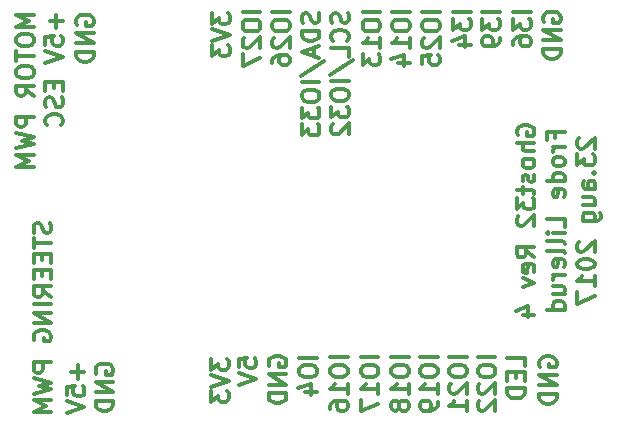
<source format=gbr>
G04 #@! TF.GenerationSoftware,KiCad,Pcbnew,no-vcs-found-aeac415~59~ubuntu16.04.1*
G04 #@! TF.CreationDate,2017-08-23T23:17:48+02:00*
G04 #@! TF.ProjectId,GhostESP32,47686F737445535033322E6B69636164,rev?*
G04 #@! TF.SameCoordinates,Original*
G04 #@! TF.FileFunction,Legend,Bot*
G04 #@! TF.FilePolarity,Positive*
%FSLAX46Y46*%
G04 Gerber Fmt 4.6, Leading zero omitted, Abs format (unit mm)*
G04 Created by KiCad (PCBNEW no-vcs-found-aeac415~59~ubuntu16.04.1) date Wed Aug 23 23:17:48 2017*
%MOMM*%
%LPD*%
G01*
G04 APERTURE LIST*
%ADD10C,0.300000*%
G04 APERTURE END LIST*
D10*
X167900000Y-89457142D02*
X167828571Y-89314285D01*
X167828571Y-89100000D01*
X167900000Y-88885714D01*
X168042857Y-88742857D01*
X168185714Y-88671428D01*
X168471428Y-88600000D01*
X168685714Y-88600000D01*
X168971428Y-88671428D01*
X169114285Y-88742857D01*
X169257142Y-88885714D01*
X169328571Y-89100000D01*
X169328571Y-89242857D01*
X169257142Y-89457142D01*
X169185714Y-89528571D01*
X168685714Y-89528571D01*
X168685714Y-89242857D01*
X169328571Y-90171428D02*
X167828571Y-90171428D01*
X169328571Y-91028571D01*
X167828571Y-91028571D01*
X169328571Y-91742857D02*
X167828571Y-91742857D01*
X167828571Y-92100000D01*
X167900000Y-92314285D01*
X168042857Y-92457142D01*
X168185714Y-92528571D01*
X168471428Y-92600000D01*
X168685714Y-92600000D01*
X168971428Y-92528571D01*
X169114285Y-92457142D01*
X169257142Y-92314285D01*
X169328571Y-92100000D01*
X169328571Y-91742857D01*
X166778571Y-88621428D02*
X165278571Y-88621428D01*
X165278571Y-89192857D02*
X165278571Y-90121428D01*
X165850000Y-89621428D01*
X165850000Y-89835714D01*
X165921428Y-89978571D01*
X165992857Y-90050000D01*
X166135714Y-90121428D01*
X166492857Y-90121428D01*
X166635714Y-90050000D01*
X166707142Y-89978571D01*
X166778571Y-89835714D01*
X166778571Y-89407142D01*
X166707142Y-89264285D01*
X166635714Y-89192857D01*
X165278571Y-91407142D02*
X165278571Y-91121428D01*
X165350000Y-90978571D01*
X165421428Y-90907142D01*
X165635714Y-90764285D01*
X165921428Y-90692857D01*
X166492857Y-90692857D01*
X166635714Y-90764285D01*
X166707142Y-90835714D01*
X166778571Y-90978571D01*
X166778571Y-91264285D01*
X166707142Y-91407142D01*
X166635714Y-91478571D01*
X166492857Y-91550000D01*
X166135714Y-91550000D01*
X165992857Y-91478571D01*
X165921428Y-91407142D01*
X165850000Y-91264285D01*
X165850000Y-90978571D01*
X165921428Y-90835714D01*
X165992857Y-90764285D01*
X166135714Y-90692857D01*
X164128571Y-88621428D02*
X162628571Y-88621428D01*
X162628571Y-89192857D02*
X162628571Y-90121428D01*
X163200000Y-89621428D01*
X163200000Y-89835714D01*
X163271428Y-89978571D01*
X163342857Y-90050000D01*
X163485714Y-90121428D01*
X163842857Y-90121428D01*
X163985714Y-90050000D01*
X164057142Y-89978571D01*
X164128571Y-89835714D01*
X164128571Y-89407142D01*
X164057142Y-89264285D01*
X163985714Y-89192857D01*
X164128571Y-90835714D02*
X164128571Y-91121428D01*
X164057142Y-91264285D01*
X163985714Y-91335714D01*
X163771428Y-91478571D01*
X163485714Y-91550000D01*
X162914285Y-91550000D01*
X162771428Y-91478571D01*
X162700000Y-91407142D01*
X162628571Y-91264285D01*
X162628571Y-90978571D01*
X162700000Y-90835714D01*
X162771428Y-90764285D01*
X162914285Y-90692857D01*
X163271428Y-90692857D01*
X163414285Y-90764285D01*
X163485714Y-90835714D01*
X163557142Y-90978571D01*
X163557142Y-91264285D01*
X163485714Y-91407142D01*
X163414285Y-91478571D01*
X163271428Y-91550000D01*
X161678571Y-88621428D02*
X160178571Y-88621428D01*
X160178571Y-89192857D02*
X160178571Y-90121428D01*
X160750000Y-89621428D01*
X160750000Y-89835714D01*
X160821428Y-89978571D01*
X160892857Y-90050000D01*
X161035714Y-90121428D01*
X161392857Y-90121428D01*
X161535714Y-90050000D01*
X161607142Y-89978571D01*
X161678571Y-89835714D01*
X161678571Y-89407142D01*
X161607142Y-89264285D01*
X161535714Y-89192857D01*
X160678571Y-91407142D02*
X161678571Y-91407142D01*
X160107142Y-91050000D02*
X161178571Y-90692857D01*
X161178571Y-91621428D01*
X159078571Y-88635714D02*
X157578571Y-88635714D01*
X157578571Y-89635714D02*
X157578571Y-89921428D01*
X157650000Y-90064285D01*
X157792857Y-90207142D01*
X158078571Y-90278571D01*
X158578571Y-90278571D01*
X158864285Y-90207142D01*
X159007142Y-90064285D01*
X159078571Y-89921428D01*
X159078571Y-89635714D01*
X159007142Y-89492857D01*
X158864285Y-89350000D01*
X158578571Y-89278571D01*
X158078571Y-89278571D01*
X157792857Y-89350000D01*
X157650000Y-89492857D01*
X157578571Y-89635714D01*
X157721428Y-90850000D02*
X157650000Y-90921428D01*
X157578571Y-91064285D01*
X157578571Y-91421428D01*
X157650000Y-91564285D01*
X157721428Y-91635714D01*
X157864285Y-91707142D01*
X158007142Y-91707142D01*
X158221428Y-91635714D01*
X159078571Y-90778571D01*
X159078571Y-91707142D01*
X157578571Y-93064285D02*
X157578571Y-92350000D01*
X158292857Y-92278571D01*
X158221428Y-92350000D01*
X158150000Y-92492857D01*
X158150000Y-92850000D01*
X158221428Y-92992857D01*
X158292857Y-93064285D01*
X158435714Y-93135714D01*
X158792857Y-93135714D01*
X158935714Y-93064285D01*
X159007142Y-92992857D01*
X159078571Y-92850000D01*
X159078571Y-92492857D01*
X159007142Y-92350000D01*
X158935714Y-92278571D01*
X156528571Y-88635714D02*
X155028571Y-88635714D01*
X155028571Y-89635714D02*
X155028571Y-89921428D01*
X155100000Y-90064285D01*
X155242857Y-90207142D01*
X155528571Y-90278571D01*
X156028571Y-90278571D01*
X156314285Y-90207142D01*
X156457142Y-90064285D01*
X156528571Y-89921428D01*
X156528571Y-89635714D01*
X156457142Y-89492857D01*
X156314285Y-89350000D01*
X156028571Y-89278571D01*
X155528571Y-89278571D01*
X155242857Y-89350000D01*
X155100000Y-89492857D01*
X155028571Y-89635714D01*
X156528571Y-91707142D02*
X156528571Y-90850000D01*
X156528571Y-91278571D02*
X155028571Y-91278571D01*
X155242857Y-91135714D01*
X155385714Y-90992857D01*
X155457142Y-90850000D01*
X155528571Y-92992857D02*
X156528571Y-92992857D01*
X154957142Y-92635714D02*
X156028571Y-92278571D01*
X156028571Y-93207142D01*
X154028571Y-88635714D02*
X152528571Y-88635714D01*
X152528571Y-89635714D02*
X152528571Y-89921428D01*
X152600000Y-90064285D01*
X152742857Y-90207142D01*
X153028571Y-90278571D01*
X153528571Y-90278571D01*
X153814285Y-90207142D01*
X153957142Y-90064285D01*
X154028571Y-89921428D01*
X154028571Y-89635714D01*
X153957142Y-89492857D01*
X153814285Y-89350000D01*
X153528571Y-89278571D01*
X153028571Y-89278571D01*
X152742857Y-89350000D01*
X152600000Y-89492857D01*
X152528571Y-89635714D01*
X154028571Y-91707142D02*
X154028571Y-90850000D01*
X154028571Y-91278571D02*
X152528571Y-91278571D01*
X152742857Y-91135714D01*
X152885714Y-90992857D01*
X152957142Y-90850000D01*
X152528571Y-92207142D02*
X152528571Y-93135714D01*
X153100000Y-92635714D01*
X153100000Y-92850000D01*
X153171428Y-92992857D01*
X153242857Y-93064285D01*
X153385714Y-93135714D01*
X153742857Y-93135714D01*
X153885714Y-93064285D01*
X153957142Y-92992857D01*
X154028571Y-92850000D01*
X154028571Y-92421428D01*
X153957142Y-92278571D01*
X153885714Y-92207142D01*
X151307142Y-88707142D02*
X151378571Y-88921428D01*
X151378571Y-89278571D01*
X151307142Y-89421428D01*
X151235714Y-89492857D01*
X151092857Y-89564285D01*
X150950000Y-89564285D01*
X150807142Y-89492857D01*
X150735714Y-89421428D01*
X150664285Y-89278571D01*
X150592857Y-88992857D01*
X150521428Y-88850000D01*
X150450000Y-88778571D01*
X150307142Y-88707142D01*
X150164285Y-88707142D01*
X150021428Y-88778571D01*
X149950000Y-88850000D01*
X149878571Y-88992857D01*
X149878571Y-89350000D01*
X149950000Y-89564285D01*
X151235714Y-91064285D02*
X151307142Y-90992857D01*
X151378571Y-90778571D01*
X151378571Y-90635714D01*
X151307142Y-90421428D01*
X151164285Y-90278571D01*
X151021428Y-90207142D01*
X150735714Y-90135714D01*
X150521428Y-90135714D01*
X150235714Y-90207142D01*
X150092857Y-90278571D01*
X149950000Y-90421428D01*
X149878571Y-90635714D01*
X149878571Y-90778571D01*
X149950000Y-90992857D01*
X150021428Y-91064285D01*
X151378571Y-92421428D02*
X151378571Y-91707142D01*
X149878571Y-91707142D01*
X149807142Y-93992857D02*
X151735714Y-92707142D01*
X151378571Y-94492857D02*
X149878571Y-94492857D01*
X149878571Y-95492857D02*
X149878571Y-95778571D01*
X149950000Y-95921428D01*
X150092857Y-96064285D01*
X150378571Y-96135714D01*
X150878571Y-96135714D01*
X151164285Y-96064285D01*
X151307142Y-95921428D01*
X151378571Y-95778571D01*
X151378571Y-95492857D01*
X151307142Y-95350000D01*
X151164285Y-95207142D01*
X150878571Y-95135714D01*
X150378571Y-95135714D01*
X150092857Y-95207142D01*
X149950000Y-95350000D01*
X149878571Y-95492857D01*
X149878571Y-96635714D02*
X149878571Y-97564285D01*
X150450000Y-97064285D01*
X150450000Y-97278571D01*
X150521428Y-97421428D01*
X150592857Y-97492857D01*
X150735714Y-97564285D01*
X151092857Y-97564285D01*
X151235714Y-97492857D01*
X151307142Y-97421428D01*
X151378571Y-97278571D01*
X151378571Y-96850000D01*
X151307142Y-96707142D01*
X151235714Y-96635714D01*
X150021428Y-98135714D02*
X149950000Y-98207142D01*
X149878571Y-98350000D01*
X149878571Y-98707142D01*
X149950000Y-98850000D01*
X150021428Y-98921428D01*
X150164285Y-98992857D01*
X150307142Y-98992857D01*
X150521428Y-98921428D01*
X151378571Y-98064285D01*
X151378571Y-98992857D01*
X148807142Y-88721428D02*
X148878571Y-88935714D01*
X148878571Y-89292857D01*
X148807142Y-89435714D01*
X148735714Y-89507142D01*
X148592857Y-89578571D01*
X148450000Y-89578571D01*
X148307142Y-89507142D01*
X148235714Y-89435714D01*
X148164285Y-89292857D01*
X148092857Y-89007142D01*
X148021428Y-88864285D01*
X147950000Y-88792857D01*
X147807142Y-88721428D01*
X147664285Y-88721428D01*
X147521428Y-88792857D01*
X147450000Y-88864285D01*
X147378571Y-89007142D01*
X147378571Y-89364285D01*
X147450000Y-89578571D01*
X148878571Y-90221428D02*
X147378571Y-90221428D01*
X147378571Y-90578571D01*
X147450000Y-90792857D01*
X147592857Y-90935714D01*
X147735714Y-91007142D01*
X148021428Y-91078571D01*
X148235714Y-91078571D01*
X148521428Y-91007142D01*
X148664285Y-90935714D01*
X148807142Y-90792857D01*
X148878571Y-90578571D01*
X148878571Y-90221428D01*
X148450000Y-91650000D02*
X148450000Y-92364285D01*
X148878571Y-91507142D02*
X147378571Y-92007142D01*
X148878571Y-92507142D01*
X147307142Y-94078571D02*
X149235714Y-92792857D01*
X148878571Y-94578571D02*
X147378571Y-94578571D01*
X147378571Y-95578571D02*
X147378571Y-95864285D01*
X147450000Y-96007142D01*
X147592857Y-96150000D01*
X147878571Y-96221428D01*
X148378571Y-96221428D01*
X148664285Y-96150000D01*
X148807142Y-96007142D01*
X148878571Y-95864285D01*
X148878571Y-95578571D01*
X148807142Y-95435714D01*
X148664285Y-95292857D01*
X148378571Y-95221428D01*
X147878571Y-95221428D01*
X147592857Y-95292857D01*
X147450000Y-95435714D01*
X147378571Y-95578571D01*
X147378571Y-96721428D02*
X147378571Y-97650000D01*
X147950000Y-97150000D01*
X147950000Y-97364285D01*
X148021428Y-97507142D01*
X148092857Y-97578571D01*
X148235714Y-97650000D01*
X148592857Y-97650000D01*
X148735714Y-97578571D01*
X148807142Y-97507142D01*
X148878571Y-97364285D01*
X148878571Y-96935714D01*
X148807142Y-96792857D01*
X148735714Y-96721428D01*
X147378571Y-98150000D02*
X147378571Y-99078571D01*
X147950000Y-98578571D01*
X147950000Y-98792857D01*
X148021428Y-98935714D01*
X148092857Y-99007142D01*
X148235714Y-99078571D01*
X148592857Y-99078571D01*
X148735714Y-99007142D01*
X148807142Y-98935714D01*
X148878571Y-98792857D01*
X148878571Y-98364285D01*
X148807142Y-98221428D01*
X148735714Y-98150000D01*
X146378571Y-88635714D02*
X144878571Y-88635714D01*
X144878571Y-89635714D02*
X144878571Y-89921428D01*
X144950000Y-90064285D01*
X145092857Y-90207142D01*
X145378571Y-90278571D01*
X145878571Y-90278571D01*
X146164285Y-90207142D01*
X146307142Y-90064285D01*
X146378571Y-89921428D01*
X146378571Y-89635714D01*
X146307142Y-89492857D01*
X146164285Y-89350000D01*
X145878571Y-89278571D01*
X145378571Y-89278571D01*
X145092857Y-89350000D01*
X144950000Y-89492857D01*
X144878571Y-89635714D01*
X145021428Y-90850000D02*
X144950000Y-90921428D01*
X144878571Y-91064285D01*
X144878571Y-91421428D01*
X144950000Y-91564285D01*
X145021428Y-91635714D01*
X145164285Y-91707142D01*
X145307142Y-91707142D01*
X145521428Y-91635714D01*
X146378571Y-90778571D01*
X146378571Y-91707142D01*
X144878571Y-92992857D02*
X144878571Y-92707142D01*
X144950000Y-92564285D01*
X145021428Y-92492857D01*
X145235714Y-92350000D01*
X145521428Y-92278571D01*
X146092857Y-92278571D01*
X146235714Y-92350000D01*
X146307142Y-92421428D01*
X146378571Y-92564285D01*
X146378571Y-92850000D01*
X146307142Y-92992857D01*
X146235714Y-93064285D01*
X146092857Y-93135714D01*
X145735714Y-93135714D01*
X145592857Y-93064285D01*
X145521428Y-92992857D01*
X145450000Y-92850000D01*
X145450000Y-92564285D01*
X145521428Y-92421428D01*
X145592857Y-92350000D01*
X145735714Y-92278571D01*
X143878571Y-88635714D02*
X142378571Y-88635714D01*
X142378571Y-89635714D02*
X142378571Y-89921428D01*
X142450000Y-90064285D01*
X142592857Y-90207142D01*
X142878571Y-90278571D01*
X143378571Y-90278571D01*
X143664285Y-90207142D01*
X143807142Y-90064285D01*
X143878571Y-89921428D01*
X143878571Y-89635714D01*
X143807142Y-89492857D01*
X143664285Y-89350000D01*
X143378571Y-89278571D01*
X142878571Y-89278571D01*
X142592857Y-89350000D01*
X142450000Y-89492857D01*
X142378571Y-89635714D01*
X142521428Y-90850000D02*
X142450000Y-90921428D01*
X142378571Y-91064285D01*
X142378571Y-91421428D01*
X142450000Y-91564285D01*
X142521428Y-91635714D01*
X142664285Y-91707142D01*
X142807142Y-91707142D01*
X143021428Y-91635714D01*
X143878571Y-90778571D01*
X143878571Y-91707142D01*
X142378571Y-92207142D02*
X142378571Y-93207142D01*
X143878571Y-92564285D01*
X139778571Y-88742857D02*
X139778571Y-89671428D01*
X140350000Y-89171428D01*
X140350000Y-89385714D01*
X140421428Y-89528571D01*
X140492857Y-89600000D01*
X140635714Y-89671428D01*
X140992857Y-89671428D01*
X141135714Y-89600000D01*
X141207142Y-89528571D01*
X141278571Y-89385714D01*
X141278571Y-88957142D01*
X141207142Y-88814285D01*
X141135714Y-88742857D01*
X139778571Y-90100000D02*
X141278571Y-90600000D01*
X139778571Y-91100000D01*
X139778571Y-91457142D02*
X139778571Y-92385714D01*
X140350000Y-91885714D01*
X140350000Y-92100000D01*
X140421428Y-92242857D01*
X140492857Y-92314285D01*
X140635714Y-92385714D01*
X140992857Y-92385714D01*
X141135714Y-92314285D01*
X141207142Y-92242857D01*
X141278571Y-92100000D01*
X141278571Y-91671428D01*
X141207142Y-91528571D01*
X141135714Y-91457142D01*
X128350000Y-89707142D02*
X128278571Y-89564285D01*
X128278571Y-89350000D01*
X128350000Y-89135714D01*
X128492857Y-88992857D01*
X128635714Y-88921428D01*
X128921428Y-88850000D01*
X129135714Y-88850000D01*
X129421428Y-88921428D01*
X129564285Y-88992857D01*
X129707142Y-89135714D01*
X129778571Y-89350000D01*
X129778571Y-89492857D01*
X129707142Y-89707142D01*
X129635714Y-89778571D01*
X129135714Y-89778571D01*
X129135714Y-89492857D01*
X129778571Y-90421428D02*
X128278571Y-90421428D01*
X129778571Y-91278571D01*
X128278571Y-91278571D01*
X129778571Y-91992857D02*
X128278571Y-91992857D01*
X128278571Y-92350000D01*
X128350000Y-92564285D01*
X128492857Y-92707142D01*
X128635714Y-92778571D01*
X128921428Y-92850000D01*
X129135714Y-92850000D01*
X129421428Y-92778571D01*
X129564285Y-92707142D01*
X129707142Y-92564285D01*
X129778571Y-92350000D01*
X129778571Y-91992857D01*
X126607142Y-88857142D02*
X126607142Y-90000000D01*
X127178571Y-89428571D02*
X126035714Y-89428571D01*
X125678571Y-91428571D02*
X125678571Y-90714285D01*
X126392857Y-90642857D01*
X126321428Y-90714285D01*
X126250000Y-90857142D01*
X126250000Y-91214285D01*
X126321428Y-91357142D01*
X126392857Y-91428571D01*
X126535714Y-91500000D01*
X126892857Y-91500000D01*
X127035714Y-91428571D01*
X127107142Y-91357142D01*
X127178571Y-91214285D01*
X127178571Y-90857142D01*
X127107142Y-90714285D01*
X127035714Y-90642857D01*
X125678571Y-91928571D02*
X127178571Y-92428571D01*
X125678571Y-92928571D01*
X126392857Y-94571428D02*
X126392857Y-95071428D01*
X127178571Y-95285714D02*
X127178571Y-94571428D01*
X125678571Y-94571428D01*
X125678571Y-95285714D01*
X127107142Y-95857142D02*
X127178571Y-96071428D01*
X127178571Y-96428571D01*
X127107142Y-96571428D01*
X127035714Y-96642857D01*
X126892857Y-96714285D01*
X126750000Y-96714285D01*
X126607142Y-96642857D01*
X126535714Y-96571428D01*
X126464285Y-96428571D01*
X126392857Y-96142857D01*
X126321428Y-96000000D01*
X126250000Y-95928571D01*
X126107142Y-95857142D01*
X125964285Y-95857142D01*
X125821428Y-95928571D01*
X125750000Y-96000000D01*
X125678571Y-96142857D01*
X125678571Y-96500000D01*
X125750000Y-96714285D01*
X127035714Y-98214285D02*
X127107142Y-98142857D01*
X127178571Y-97928571D01*
X127178571Y-97785714D01*
X127107142Y-97571428D01*
X126964285Y-97428571D01*
X126821428Y-97357142D01*
X126535714Y-97285714D01*
X126321428Y-97285714D01*
X126035714Y-97357142D01*
X125892857Y-97428571D01*
X125750000Y-97571428D01*
X125678571Y-97785714D01*
X125678571Y-97928571D01*
X125750000Y-98142857D01*
X125821428Y-98214285D01*
X124728571Y-88871428D02*
X123228571Y-88871428D01*
X124300000Y-89371428D01*
X123228571Y-89871428D01*
X124728571Y-89871428D01*
X123228571Y-90871428D02*
X123228571Y-91157142D01*
X123300000Y-91300000D01*
X123442857Y-91442857D01*
X123728571Y-91514285D01*
X124228571Y-91514285D01*
X124514285Y-91442857D01*
X124657142Y-91300000D01*
X124728571Y-91157142D01*
X124728571Y-90871428D01*
X124657142Y-90728571D01*
X124514285Y-90585714D01*
X124228571Y-90514285D01*
X123728571Y-90514285D01*
X123442857Y-90585714D01*
X123300000Y-90728571D01*
X123228571Y-90871428D01*
X123228571Y-91942857D02*
X123228571Y-92800000D01*
X124728571Y-92371428D02*
X123228571Y-92371428D01*
X123228571Y-93585714D02*
X123228571Y-93871428D01*
X123300000Y-94014285D01*
X123442857Y-94157142D01*
X123728571Y-94228571D01*
X124228571Y-94228571D01*
X124514285Y-94157142D01*
X124657142Y-94014285D01*
X124728571Y-93871428D01*
X124728571Y-93585714D01*
X124657142Y-93442857D01*
X124514285Y-93300000D01*
X124228571Y-93228571D01*
X123728571Y-93228571D01*
X123442857Y-93300000D01*
X123300000Y-93442857D01*
X123228571Y-93585714D01*
X124728571Y-95728571D02*
X124014285Y-95228571D01*
X124728571Y-94871428D02*
X123228571Y-94871428D01*
X123228571Y-95442857D01*
X123300000Y-95585714D01*
X123371428Y-95657142D01*
X123514285Y-95728571D01*
X123728571Y-95728571D01*
X123871428Y-95657142D01*
X123942857Y-95585714D01*
X124014285Y-95442857D01*
X124014285Y-94871428D01*
X124728571Y-97514285D02*
X123228571Y-97514285D01*
X123228571Y-98085714D01*
X123300000Y-98228571D01*
X123371428Y-98300000D01*
X123514285Y-98371428D01*
X123728571Y-98371428D01*
X123871428Y-98300000D01*
X123942857Y-98228571D01*
X124014285Y-98085714D01*
X124014285Y-97514285D01*
X123228571Y-98871428D02*
X124728571Y-99228571D01*
X123657142Y-99514285D01*
X124728571Y-99800000D01*
X123228571Y-100157142D01*
X124728571Y-100728571D02*
X123228571Y-100728571D01*
X124300000Y-101228571D01*
X123228571Y-101728571D01*
X124728571Y-101728571D01*
X126107142Y-106514285D02*
X126178571Y-106728571D01*
X126178571Y-107085714D01*
X126107142Y-107228571D01*
X126035714Y-107300000D01*
X125892857Y-107371428D01*
X125750000Y-107371428D01*
X125607142Y-107300000D01*
X125535714Y-107228571D01*
X125464285Y-107085714D01*
X125392857Y-106800000D01*
X125321428Y-106657142D01*
X125250000Y-106585714D01*
X125107142Y-106514285D01*
X124964285Y-106514285D01*
X124821428Y-106585714D01*
X124750000Y-106657142D01*
X124678571Y-106800000D01*
X124678571Y-107157142D01*
X124750000Y-107371428D01*
X124678571Y-107800000D02*
X124678571Y-108657142D01*
X126178571Y-108228571D02*
X124678571Y-108228571D01*
X125392857Y-109157142D02*
X125392857Y-109657142D01*
X126178571Y-109871428D02*
X126178571Y-109157142D01*
X124678571Y-109157142D01*
X124678571Y-109871428D01*
X125392857Y-110514285D02*
X125392857Y-111014285D01*
X126178571Y-111228571D02*
X126178571Y-110514285D01*
X124678571Y-110514285D01*
X124678571Y-111228571D01*
X126178571Y-112728571D02*
X125464285Y-112228571D01*
X126178571Y-111871428D02*
X124678571Y-111871428D01*
X124678571Y-112442857D01*
X124750000Y-112585714D01*
X124821428Y-112657142D01*
X124964285Y-112728571D01*
X125178571Y-112728571D01*
X125321428Y-112657142D01*
X125392857Y-112585714D01*
X125464285Y-112442857D01*
X125464285Y-111871428D01*
X126178571Y-113371428D02*
X124678571Y-113371428D01*
X126178571Y-114085714D02*
X124678571Y-114085714D01*
X126178571Y-114942857D01*
X124678571Y-114942857D01*
X124750000Y-116442857D02*
X124678571Y-116300000D01*
X124678571Y-116085714D01*
X124750000Y-115871428D01*
X124892857Y-115728571D01*
X125035714Y-115657142D01*
X125321428Y-115585714D01*
X125535714Y-115585714D01*
X125821428Y-115657142D01*
X125964285Y-115728571D01*
X126107142Y-115871428D01*
X126178571Y-116085714D01*
X126178571Y-116228571D01*
X126107142Y-116442857D01*
X126035714Y-116514285D01*
X125535714Y-116514285D01*
X125535714Y-116228571D01*
X126178571Y-118300000D02*
X124678571Y-118300000D01*
X124678571Y-118871428D01*
X124750000Y-119014285D01*
X124821428Y-119085714D01*
X124964285Y-119157142D01*
X125178571Y-119157142D01*
X125321428Y-119085714D01*
X125392857Y-119014285D01*
X125464285Y-118871428D01*
X125464285Y-118300000D01*
X124678571Y-119657142D02*
X126178571Y-120014285D01*
X125107142Y-120300000D01*
X126178571Y-120585714D01*
X124678571Y-120942857D01*
X126178571Y-121514285D02*
X124678571Y-121514285D01*
X125750000Y-122014285D01*
X124678571Y-122514285D01*
X126178571Y-122514285D01*
X128407142Y-118521428D02*
X128407142Y-119664285D01*
X128978571Y-119092857D02*
X127835714Y-119092857D01*
X127478571Y-121092857D02*
X127478571Y-120378571D01*
X128192857Y-120307142D01*
X128121428Y-120378571D01*
X128050000Y-120521428D01*
X128050000Y-120878571D01*
X128121428Y-121021428D01*
X128192857Y-121092857D01*
X128335714Y-121164285D01*
X128692857Y-121164285D01*
X128835714Y-121092857D01*
X128907142Y-121021428D01*
X128978571Y-120878571D01*
X128978571Y-120521428D01*
X128907142Y-120378571D01*
X128835714Y-120307142D01*
X127478571Y-121592857D02*
X128978571Y-122092857D01*
X127478571Y-122592857D01*
X130000000Y-119257142D02*
X129928571Y-119114285D01*
X129928571Y-118900000D01*
X130000000Y-118685714D01*
X130142857Y-118542857D01*
X130285714Y-118471428D01*
X130571428Y-118400000D01*
X130785714Y-118400000D01*
X131071428Y-118471428D01*
X131214285Y-118542857D01*
X131357142Y-118685714D01*
X131428571Y-118900000D01*
X131428571Y-119042857D01*
X131357142Y-119257142D01*
X131285714Y-119328571D01*
X130785714Y-119328571D01*
X130785714Y-119042857D01*
X131428571Y-119971428D02*
X129928571Y-119971428D01*
X131428571Y-120828571D01*
X129928571Y-120828571D01*
X131428571Y-121542857D02*
X129928571Y-121542857D01*
X129928571Y-121900000D01*
X130000000Y-122114285D01*
X130142857Y-122257142D01*
X130285714Y-122328571D01*
X130571428Y-122400000D01*
X130785714Y-122400000D01*
X131071428Y-122328571D01*
X131214285Y-122257142D01*
X131357142Y-122114285D01*
X131428571Y-121900000D01*
X131428571Y-121542857D01*
X167550000Y-118657142D02*
X167478571Y-118514285D01*
X167478571Y-118300000D01*
X167550000Y-118085714D01*
X167692857Y-117942857D01*
X167835714Y-117871428D01*
X168121428Y-117800000D01*
X168335714Y-117800000D01*
X168621428Y-117871428D01*
X168764285Y-117942857D01*
X168907142Y-118085714D01*
X168978571Y-118300000D01*
X168978571Y-118442857D01*
X168907142Y-118657142D01*
X168835714Y-118728571D01*
X168335714Y-118728571D01*
X168335714Y-118442857D01*
X168978571Y-119371428D02*
X167478571Y-119371428D01*
X168978571Y-120228571D01*
X167478571Y-120228571D01*
X168978571Y-120942857D02*
X167478571Y-120942857D01*
X167478571Y-121300000D01*
X167550000Y-121514285D01*
X167692857Y-121657142D01*
X167835714Y-121728571D01*
X168121428Y-121800000D01*
X168335714Y-121800000D01*
X168621428Y-121728571D01*
X168764285Y-121657142D01*
X168907142Y-121514285D01*
X168978571Y-121300000D01*
X168978571Y-120942857D01*
X166278571Y-118635714D02*
X166278571Y-117921428D01*
X164778571Y-117921428D01*
X165492857Y-119135714D02*
X165492857Y-119635714D01*
X166278571Y-119850000D02*
X166278571Y-119135714D01*
X164778571Y-119135714D01*
X164778571Y-119850000D01*
X166278571Y-120492857D02*
X164778571Y-120492857D01*
X164778571Y-120850000D01*
X164850000Y-121064285D01*
X164992857Y-121207142D01*
X165135714Y-121278571D01*
X165421428Y-121350000D01*
X165635714Y-121350000D01*
X165921428Y-121278571D01*
X166064285Y-121207142D01*
X166207142Y-121064285D01*
X166278571Y-120850000D01*
X166278571Y-120492857D01*
X163778571Y-117885714D02*
X162278571Y-117885714D01*
X162278571Y-118885714D02*
X162278571Y-119171428D01*
X162350000Y-119314285D01*
X162492857Y-119457142D01*
X162778571Y-119528571D01*
X163278571Y-119528571D01*
X163564285Y-119457142D01*
X163707142Y-119314285D01*
X163778571Y-119171428D01*
X163778571Y-118885714D01*
X163707142Y-118742857D01*
X163564285Y-118600000D01*
X163278571Y-118528571D01*
X162778571Y-118528571D01*
X162492857Y-118600000D01*
X162350000Y-118742857D01*
X162278571Y-118885714D01*
X162421428Y-120100000D02*
X162350000Y-120171428D01*
X162278571Y-120314285D01*
X162278571Y-120671428D01*
X162350000Y-120814285D01*
X162421428Y-120885714D01*
X162564285Y-120957142D01*
X162707142Y-120957142D01*
X162921428Y-120885714D01*
X163778571Y-120028571D01*
X163778571Y-120957142D01*
X162421428Y-121528571D02*
X162350000Y-121600000D01*
X162278571Y-121742857D01*
X162278571Y-122100000D01*
X162350000Y-122242857D01*
X162421428Y-122314285D01*
X162564285Y-122385714D01*
X162707142Y-122385714D01*
X162921428Y-122314285D01*
X163778571Y-121457142D01*
X163778571Y-122385714D01*
X161378571Y-117885714D02*
X159878571Y-117885714D01*
X159878571Y-118885714D02*
X159878571Y-119171428D01*
X159950000Y-119314285D01*
X160092857Y-119457142D01*
X160378571Y-119528571D01*
X160878571Y-119528571D01*
X161164285Y-119457142D01*
X161307142Y-119314285D01*
X161378571Y-119171428D01*
X161378571Y-118885714D01*
X161307142Y-118742857D01*
X161164285Y-118600000D01*
X160878571Y-118528571D01*
X160378571Y-118528571D01*
X160092857Y-118600000D01*
X159950000Y-118742857D01*
X159878571Y-118885714D01*
X160021428Y-120100000D02*
X159950000Y-120171428D01*
X159878571Y-120314285D01*
X159878571Y-120671428D01*
X159950000Y-120814285D01*
X160021428Y-120885714D01*
X160164285Y-120957142D01*
X160307142Y-120957142D01*
X160521428Y-120885714D01*
X161378571Y-120028571D01*
X161378571Y-120957142D01*
X161378571Y-122385714D02*
X161378571Y-121528571D01*
X161378571Y-121957142D02*
X159878571Y-121957142D01*
X160092857Y-121814285D01*
X160235714Y-121671428D01*
X160307142Y-121528571D01*
X158878571Y-117885714D02*
X157378571Y-117885714D01*
X157378571Y-118885714D02*
X157378571Y-119171428D01*
X157450000Y-119314285D01*
X157592857Y-119457142D01*
X157878571Y-119528571D01*
X158378571Y-119528571D01*
X158664285Y-119457142D01*
X158807142Y-119314285D01*
X158878571Y-119171428D01*
X158878571Y-118885714D01*
X158807142Y-118742857D01*
X158664285Y-118600000D01*
X158378571Y-118528571D01*
X157878571Y-118528571D01*
X157592857Y-118600000D01*
X157450000Y-118742857D01*
X157378571Y-118885714D01*
X158878571Y-120957142D02*
X158878571Y-120100000D01*
X158878571Y-120528571D02*
X157378571Y-120528571D01*
X157592857Y-120385714D01*
X157735714Y-120242857D01*
X157807142Y-120100000D01*
X158878571Y-121671428D02*
X158878571Y-121957142D01*
X158807142Y-122100000D01*
X158735714Y-122171428D01*
X158521428Y-122314285D01*
X158235714Y-122385714D01*
X157664285Y-122385714D01*
X157521428Y-122314285D01*
X157450000Y-122242857D01*
X157378571Y-122100000D01*
X157378571Y-121814285D01*
X157450000Y-121671428D01*
X157521428Y-121600000D01*
X157664285Y-121528571D01*
X158021428Y-121528571D01*
X158164285Y-121600000D01*
X158235714Y-121671428D01*
X158307142Y-121814285D01*
X158307142Y-122100000D01*
X158235714Y-122242857D01*
X158164285Y-122314285D01*
X158021428Y-122385714D01*
X156478571Y-117885714D02*
X154978571Y-117885714D01*
X154978571Y-118885714D02*
X154978571Y-119171428D01*
X155050000Y-119314285D01*
X155192857Y-119457142D01*
X155478571Y-119528571D01*
X155978571Y-119528571D01*
X156264285Y-119457142D01*
X156407142Y-119314285D01*
X156478571Y-119171428D01*
X156478571Y-118885714D01*
X156407142Y-118742857D01*
X156264285Y-118600000D01*
X155978571Y-118528571D01*
X155478571Y-118528571D01*
X155192857Y-118600000D01*
X155050000Y-118742857D01*
X154978571Y-118885714D01*
X156478571Y-120957142D02*
X156478571Y-120100000D01*
X156478571Y-120528571D02*
X154978571Y-120528571D01*
X155192857Y-120385714D01*
X155335714Y-120242857D01*
X155407142Y-120100000D01*
X155621428Y-121814285D02*
X155550000Y-121671428D01*
X155478571Y-121600000D01*
X155335714Y-121528571D01*
X155264285Y-121528571D01*
X155121428Y-121600000D01*
X155050000Y-121671428D01*
X154978571Y-121814285D01*
X154978571Y-122100000D01*
X155050000Y-122242857D01*
X155121428Y-122314285D01*
X155264285Y-122385714D01*
X155335714Y-122385714D01*
X155478571Y-122314285D01*
X155550000Y-122242857D01*
X155621428Y-122100000D01*
X155621428Y-121814285D01*
X155692857Y-121671428D01*
X155764285Y-121600000D01*
X155907142Y-121528571D01*
X156192857Y-121528571D01*
X156335714Y-121600000D01*
X156407142Y-121671428D01*
X156478571Y-121814285D01*
X156478571Y-122100000D01*
X156407142Y-122242857D01*
X156335714Y-122314285D01*
X156192857Y-122385714D01*
X155907142Y-122385714D01*
X155764285Y-122314285D01*
X155692857Y-122242857D01*
X155621428Y-122100000D01*
X153878571Y-117885714D02*
X152378571Y-117885714D01*
X152378571Y-118885714D02*
X152378571Y-119171428D01*
X152450000Y-119314285D01*
X152592857Y-119457142D01*
X152878571Y-119528571D01*
X153378571Y-119528571D01*
X153664285Y-119457142D01*
X153807142Y-119314285D01*
X153878571Y-119171428D01*
X153878571Y-118885714D01*
X153807142Y-118742857D01*
X153664285Y-118600000D01*
X153378571Y-118528571D01*
X152878571Y-118528571D01*
X152592857Y-118600000D01*
X152450000Y-118742857D01*
X152378571Y-118885714D01*
X153878571Y-120957142D02*
X153878571Y-120100000D01*
X153878571Y-120528571D02*
X152378571Y-120528571D01*
X152592857Y-120385714D01*
X152735714Y-120242857D01*
X152807142Y-120100000D01*
X152378571Y-121457142D02*
X152378571Y-122457142D01*
X153878571Y-121814285D01*
X151278571Y-117885714D02*
X149778571Y-117885714D01*
X149778571Y-118885714D02*
X149778571Y-119171428D01*
X149850000Y-119314285D01*
X149992857Y-119457142D01*
X150278571Y-119528571D01*
X150778571Y-119528571D01*
X151064285Y-119457142D01*
X151207142Y-119314285D01*
X151278571Y-119171428D01*
X151278571Y-118885714D01*
X151207142Y-118742857D01*
X151064285Y-118600000D01*
X150778571Y-118528571D01*
X150278571Y-118528571D01*
X149992857Y-118600000D01*
X149850000Y-118742857D01*
X149778571Y-118885714D01*
X151278571Y-120957142D02*
X151278571Y-120100000D01*
X151278571Y-120528571D02*
X149778571Y-120528571D01*
X149992857Y-120385714D01*
X150135714Y-120242857D01*
X150207142Y-120100000D01*
X149778571Y-122242857D02*
X149778571Y-121957142D01*
X149850000Y-121814285D01*
X149921428Y-121742857D01*
X150135714Y-121600000D01*
X150421428Y-121528571D01*
X150992857Y-121528571D01*
X151135714Y-121600000D01*
X151207142Y-121671428D01*
X151278571Y-121814285D01*
X151278571Y-122100000D01*
X151207142Y-122242857D01*
X151135714Y-122314285D01*
X150992857Y-122385714D01*
X150635714Y-122385714D01*
X150492857Y-122314285D01*
X150421428Y-122242857D01*
X150350000Y-122100000D01*
X150350000Y-121814285D01*
X150421428Y-121671428D01*
X150492857Y-121600000D01*
X150635714Y-121528571D01*
X148678571Y-117900000D02*
X147178571Y-117900000D01*
X147178571Y-118900000D02*
X147178571Y-119185714D01*
X147250000Y-119328571D01*
X147392857Y-119471428D01*
X147678571Y-119542857D01*
X148178571Y-119542857D01*
X148464285Y-119471428D01*
X148607142Y-119328571D01*
X148678571Y-119185714D01*
X148678571Y-118900000D01*
X148607142Y-118757142D01*
X148464285Y-118614285D01*
X148178571Y-118542857D01*
X147678571Y-118542857D01*
X147392857Y-118614285D01*
X147250000Y-118757142D01*
X147178571Y-118900000D01*
X147678571Y-120828571D02*
X148678571Y-120828571D01*
X147107142Y-120471428D02*
X148178571Y-120114285D01*
X148178571Y-121042857D01*
X144650000Y-118607142D02*
X144578571Y-118464285D01*
X144578571Y-118250000D01*
X144650000Y-118035714D01*
X144792857Y-117892857D01*
X144935714Y-117821428D01*
X145221428Y-117750000D01*
X145435714Y-117750000D01*
X145721428Y-117821428D01*
X145864285Y-117892857D01*
X146007142Y-118035714D01*
X146078571Y-118250000D01*
X146078571Y-118392857D01*
X146007142Y-118607142D01*
X145935714Y-118678571D01*
X145435714Y-118678571D01*
X145435714Y-118392857D01*
X146078571Y-119321428D02*
X144578571Y-119321428D01*
X146078571Y-120178571D01*
X144578571Y-120178571D01*
X146078571Y-120892857D02*
X144578571Y-120892857D01*
X144578571Y-121250000D01*
X144650000Y-121464285D01*
X144792857Y-121607142D01*
X144935714Y-121678571D01*
X145221428Y-121750000D01*
X145435714Y-121750000D01*
X145721428Y-121678571D01*
X145864285Y-121607142D01*
X146007142Y-121464285D01*
X146078571Y-121250000D01*
X146078571Y-120892857D01*
X142028571Y-118714285D02*
X142028571Y-118000000D01*
X142742857Y-117928571D01*
X142671428Y-118000000D01*
X142600000Y-118142857D01*
X142600000Y-118500000D01*
X142671428Y-118642857D01*
X142742857Y-118714285D01*
X142885714Y-118785714D01*
X143242857Y-118785714D01*
X143385714Y-118714285D01*
X143457142Y-118642857D01*
X143528571Y-118500000D01*
X143528571Y-118142857D01*
X143457142Y-118000000D01*
X143385714Y-117928571D01*
X142028571Y-119214285D02*
X143528571Y-119714285D01*
X142028571Y-120214285D01*
X139728571Y-117992857D02*
X139728571Y-118921428D01*
X140300000Y-118421428D01*
X140300000Y-118635714D01*
X140371428Y-118778571D01*
X140442857Y-118850000D01*
X140585714Y-118921428D01*
X140942857Y-118921428D01*
X141085714Y-118850000D01*
X141157142Y-118778571D01*
X141228571Y-118635714D01*
X141228571Y-118207142D01*
X141157142Y-118064285D01*
X141085714Y-117992857D01*
X139728571Y-119350000D02*
X141228571Y-119850000D01*
X139728571Y-120350000D01*
X139728571Y-120707142D02*
X139728571Y-121635714D01*
X140300000Y-121135714D01*
X140300000Y-121350000D01*
X140371428Y-121492857D01*
X140442857Y-121564285D01*
X140585714Y-121635714D01*
X140942857Y-121635714D01*
X141085714Y-121564285D01*
X141157142Y-121492857D01*
X141228571Y-121350000D01*
X141228571Y-120921428D01*
X141157142Y-120778571D01*
X141085714Y-120707142D01*
X165650000Y-99050000D02*
X165578571Y-98907142D01*
X165578571Y-98692857D01*
X165650000Y-98478571D01*
X165792857Y-98335714D01*
X165935714Y-98264285D01*
X166221428Y-98192857D01*
X166435714Y-98192857D01*
X166721428Y-98264285D01*
X166864285Y-98335714D01*
X167007142Y-98478571D01*
X167078571Y-98692857D01*
X167078571Y-98835714D01*
X167007142Y-99050000D01*
X166935714Y-99121428D01*
X166435714Y-99121428D01*
X166435714Y-98835714D01*
X167078571Y-99764285D02*
X165578571Y-99764285D01*
X167078571Y-100407142D02*
X166292857Y-100407142D01*
X166150000Y-100335714D01*
X166078571Y-100192857D01*
X166078571Y-99978571D01*
X166150000Y-99835714D01*
X166221428Y-99764285D01*
X167078571Y-101335714D02*
X167007142Y-101192857D01*
X166935714Y-101121428D01*
X166792857Y-101050000D01*
X166364285Y-101050000D01*
X166221428Y-101121428D01*
X166150000Y-101192857D01*
X166078571Y-101335714D01*
X166078571Y-101550000D01*
X166150000Y-101692857D01*
X166221428Y-101764285D01*
X166364285Y-101835714D01*
X166792857Y-101835714D01*
X166935714Y-101764285D01*
X167007142Y-101692857D01*
X167078571Y-101550000D01*
X167078571Y-101335714D01*
X167007142Y-102407142D02*
X167078571Y-102550000D01*
X167078571Y-102835714D01*
X167007142Y-102978571D01*
X166864285Y-103050000D01*
X166792857Y-103050000D01*
X166650000Y-102978571D01*
X166578571Y-102835714D01*
X166578571Y-102621428D01*
X166507142Y-102478571D01*
X166364285Y-102407142D01*
X166292857Y-102407142D01*
X166150000Y-102478571D01*
X166078571Y-102621428D01*
X166078571Y-102835714D01*
X166150000Y-102978571D01*
X166078571Y-103478571D02*
X166078571Y-104050000D01*
X165578571Y-103692857D02*
X166864285Y-103692857D01*
X167007142Y-103764285D01*
X167078571Y-103907142D01*
X167078571Y-104050000D01*
X165578571Y-104407142D02*
X165578571Y-105335714D01*
X166150000Y-104835714D01*
X166150000Y-105050000D01*
X166221428Y-105192857D01*
X166292857Y-105264285D01*
X166435714Y-105335714D01*
X166792857Y-105335714D01*
X166935714Y-105264285D01*
X167007142Y-105192857D01*
X167078571Y-105050000D01*
X167078571Y-104621428D01*
X167007142Y-104478571D01*
X166935714Y-104407142D01*
X165721428Y-105907142D02*
X165650000Y-105978571D01*
X165578571Y-106121428D01*
X165578571Y-106478571D01*
X165650000Y-106621428D01*
X165721428Y-106692857D01*
X165864285Y-106764285D01*
X166007142Y-106764285D01*
X166221428Y-106692857D01*
X167078571Y-105835714D01*
X167078571Y-106764285D01*
X167078571Y-109407142D02*
X166364285Y-108907142D01*
X167078571Y-108550000D02*
X165578571Y-108550000D01*
X165578571Y-109121428D01*
X165650000Y-109264285D01*
X165721428Y-109335714D01*
X165864285Y-109407142D01*
X166078571Y-109407142D01*
X166221428Y-109335714D01*
X166292857Y-109264285D01*
X166364285Y-109121428D01*
X166364285Y-108550000D01*
X167007142Y-110621428D02*
X167078571Y-110478571D01*
X167078571Y-110192857D01*
X167007142Y-110050000D01*
X166864285Y-109978571D01*
X166292857Y-109978571D01*
X166150000Y-110050000D01*
X166078571Y-110192857D01*
X166078571Y-110478571D01*
X166150000Y-110621428D01*
X166292857Y-110692857D01*
X166435714Y-110692857D01*
X166578571Y-109978571D01*
X166078571Y-111192857D02*
X167078571Y-111550000D01*
X166078571Y-111907142D01*
X166078571Y-114264285D02*
X167078571Y-114264285D01*
X165507142Y-113907142D02*
X166578571Y-113550000D01*
X166578571Y-114478571D01*
X168842857Y-99264285D02*
X168842857Y-98764285D01*
X169628571Y-98764285D02*
X168128571Y-98764285D01*
X168128571Y-99478571D01*
X169628571Y-100050000D02*
X168628571Y-100050000D01*
X168914285Y-100050000D02*
X168771428Y-100121428D01*
X168700000Y-100192857D01*
X168628571Y-100335714D01*
X168628571Y-100478571D01*
X169628571Y-101192857D02*
X169557142Y-101050000D01*
X169485714Y-100978571D01*
X169342857Y-100907142D01*
X168914285Y-100907142D01*
X168771428Y-100978571D01*
X168700000Y-101050000D01*
X168628571Y-101192857D01*
X168628571Y-101407142D01*
X168700000Y-101550000D01*
X168771428Y-101621428D01*
X168914285Y-101692857D01*
X169342857Y-101692857D01*
X169485714Y-101621428D01*
X169557142Y-101550000D01*
X169628571Y-101407142D01*
X169628571Y-101192857D01*
X169628571Y-102978571D02*
X168128571Y-102978571D01*
X169557142Y-102978571D02*
X169628571Y-102835714D01*
X169628571Y-102550000D01*
X169557142Y-102407142D01*
X169485714Y-102335714D01*
X169342857Y-102264285D01*
X168914285Y-102264285D01*
X168771428Y-102335714D01*
X168700000Y-102407142D01*
X168628571Y-102550000D01*
X168628571Y-102835714D01*
X168700000Y-102978571D01*
X169557142Y-104264285D02*
X169628571Y-104121428D01*
X169628571Y-103835714D01*
X169557142Y-103692857D01*
X169414285Y-103621428D01*
X168842857Y-103621428D01*
X168700000Y-103692857D01*
X168628571Y-103835714D01*
X168628571Y-104121428D01*
X168700000Y-104264285D01*
X168842857Y-104335714D01*
X168985714Y-104335714D01*
X169128571Y-103621428D01*
X169628571Y-106835714D02*
X169628571Y-106121428D01*
X168128571Y-106121428D01*
X169628571Y-107335714D02*
X168628571Y-107335714D01*
X168128571Y-107335714D02*
X168200000Y-107264285D01*
X168271428Y-107335714D01*
X168200000Y-107407142D01*
X168128571Y-107335714D01*
X168271428Y-107335714D01*
X169628571Y-108264285D02*
X169557142Y-108121428D01*
X169414285Y-108050000D01*
X168128571Y-108050000D01*
X169628571Y-109050000D02*
X169557142Y-108907142D01*
X169414285Y-108835714D01*
X168128571Y-108835714D01*
X169557142Y-110192857D02*
X169628571Y-110050000D01*
X169628571Y-109764285D01*
X169557142Y-109621428D01*
X169414285Y-109550000D01*
X168842857Y-109550000D01*
X168700000Y-109621428D01*
X168628571Y-109764285D01*
X168628571Y-110050000D01*
X168700000Y-110192857D01*
X168842857Y-110264285D01*
X168985714Y-110264285D01*
X169128571Y-109550000D01*
X169628571Y-110907142D02*
X168628571Y-110907142D01*
X168914285Y-110907142D02*
X168771428Y-110978571D01*
X168700000Y-111050000D01*
X168628571Y-111192857D01*
X168628571Y-111335714D01*
X168628571Y-112478571D02*
X169628571Y-112478571D01*
X168628571Y-111835714D02*
X169414285Y-111835714D01*
X169557142Y-111907142D01*
X169628571Y-112050000D01*
X169628571Y-112264285D01*
X169557142Y-112407142D01*
X169485714Y-112478571D01*
X169628571Y-113835714D02*
X168128571Y-113835714D01*
X169557142Y-113835714D02*
X169628571Y-113692857D01*
X169628571Y-113407142D01*
X169557142Y-113264285D01*
X169485714Y-113192857D01*
X169342857Y-113121428D01*
X168914285Y-113121428D01*
X168771428Y-113192857D01*
X168700000Y-113264285D01*
X168628571Y-113407142D01*
X168628571Y-113692857D01*
X168700000Y-113835714D01*
X170821428Y-99335714D02*
X170750000Y-99407142D01*
X170678571Y-99550000D01*
X170678571Y-99907142D01*
X170750000Y-100050000D01*
X170821428Y-100121428D01*
X170964285Y-100192857D01*
X171107142Y-100192857D01*
X171321428Y-100121428D01*
X172178571Y-99264285D01*
X172178571Y-100192857D01*
X170678571Y-100692857D02*
X170678571Y-101621428D01*
X171250000Y-101121428D01*
X171250000Y-101335714D01*
X171321428Y-101478571D01*
X171392857Y-101550000D01*
X171535714Y-101621428D01*
X171892857Y-101621428D01*
X172035714Y-101550000D01*
X172107142Y-101478571D01*
X172178571Y-101335714D01*
X172178571Y-100907142D01*
X172107142Y-100764285D01*
X172035714Y-100692857D01*
X172035714Y-102264285D02*
X172107142Y-102335714D01*
X172178571Y-102264285D01*
X172107142Y-102192857D01*
X172035714Y-102264285D01*
X172178571Y-102264285D01*
X172178571Y-103621428D02*
X171392857Y-103621428D01*
X171250000Y-103550000D01*
X171178571Y-103407142D01*
X171178571Y-103121428D01*
X171250000Y-102978571D01*
X172107142Y-103621428D02*
X172178571Y-103478571D01*
X172178571Y-103121428D01*
X172107142Y-102978571D01*
X171964285Y-102907142D01*
X171821428Y-102907142D01*
X171678571Y-102978571D01*
X171607142Y-103121428D01*
X171607142Y-103478571D01*
X171535714Y-103621428D01*
X171178571Y-104978571D02*
X172178571Y-104978571D01*
X171178571Y-104335714D02*
X171964285Y-104335714D01*
X172107142Y-104407142D01*
X172178571Y-104550000D01*
X172178571Y-104764285D01*
X172107142Y-104907142D01*
X172035714Y-104978571D01*
X171178571Y-106335714D02*
X172392857Y-106335714D01*
X172535714Y-106264285D01*
X172607142Y-106192857D01*
X172678571Y-106050000D01*
X172678571Y-105835714D01*
X172607142Y-105692857D01*
X172107142Y-106335714D02*
X172178571Y-106192857D01*
X172178571Y-105907142D01*
X172107142Y-105764285D01*
X172035714Y-105692857D01*
X171892857Y-105621428D01*
X171464285Y-105621428D01*
X171321428Y-105692857D01*
X171250000Y-105764285D01*
X171178571Y-105907142D01*
X171178571Y-106192857D01*
X171250000Y-106335714D01*
X170821428Y-108121428D02*
X170750000Y-108192857D01*
X170678571Y-108335714D01*
X170678571Y-108692857D01*
X170750000Y-108835714D01*
X170821428Y-108907142D01*
X170964285Y-108978571D01*
X171107142Y-108978571D01*
X171321428Y-108907142D01*
X172178571Y-108050000D01*
X172178571Y-108978571D01*
X170678571Y-109907142D02*
X170678571Y-110050000D01*
X170750000Y-110192857D01*
X170821428Y-110264285D01*
X170964285Y-110335714D01*
X171250000Y-110407142D01*
X171607142Y-110407142D01*
X171892857Y-110335714D01*
X172035714Y-110264285D01*
X172107142Y-110192857D01*
X172178571Y-110050000D01*
X172178571Y-109907142D01*
X172107142Y-109764285D01*
X172035714Y-109692857D01*
X171892857Y-109621428D01*
X171607142Y-109550000D01*
X171250000Y-109550000D01*
X170964285Y-109621428D01*
X170821428Y-109692857D01*
X170750000Y-109764285D01*
X170678571Y-109907142D01*
X172178571Y-111835714D02*
X172178571Y-110978571D01*
X172178571Y-111407142D02*
X170678571Y-111407142D01*
X170892857Y-111264285D01*
X171035714Y-111121428D01*
X171107142Y-110978571D01*
X170678571Y-112335714D02*
X170678571Y-113335714D01*
X172178571Y-112692857D01*
M02*

</source>
